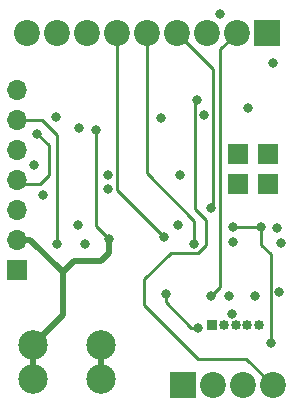
<source format=gbr>
%TF.GenerationSoftware,KiCad,Pcbnew,(7.0.0-0)*%
%TF.CreationDate,2023-02-22T23:04:00+01:00*%
%TF.ProjectId,KNeoPiX_v1.3,4b4e656f-5069-4585-9f76-312e332e6b69,rev?*%
%TF.SameCoordinates,Original*%
%TF.FileFunction,Copper,L3,Inr*%
%TF.FilePolarity,Positive*%
%FSLAX46Y46*%
G04 Gerber Fmt 4.6, Leading zero omitted, Abs format (unit mm)*
G04 Created by KiCad (PCBNEW (7.0.0-0)) date 2023-02-22 23:04:00*
%MOMM*%
%LPD*%
G01*
G04 APERTURE LIST*
%TA.AperFunction,ComponentPad*%
%ADD10C,1.875000*%
%TD*%
%TA.AperFunction,ComponentPad*%
%ADD11R,0.850000X0.850000*%
%TD*%
%TA.AperFunction,ComponentPad*%
%ADD12O,0.850000X0.850000*%
%TD*%
%TA.AperFunction,ComponentPad*%
%ADD13R,2.200000X2.200000*%
%TD*%
%TA.AperFunction,ComponentPad*%
%ADD14C,2.200000*%
%TD*%
%TA.AperFunction,ComponentPad*%
%ADD15R,1.700000X1.700000*%
%TD*%
%TA.AperFunction,ComponentPad*%
%ADD16O,1.700000X1.700000*%
%TD*%
%TA.AperFunction,ComponentPad*%
%ADD17C,2.500000*%
%TD*%
%TA.AperFunction,ViaPad*%
%ADD18C,0.800000*%
%TD*%
%TA.AperFunction,Conductor*%
%ADD19C,0.250000*%
%TD*%
%TA.AperFunction,Conductor*%
%ADD20C,0.500000*%
%TD*%
G04 APERTURE END LIST*
D10*
%TO.N,KNX+*%
%TO.C,H2*%
X120250000Y-124150000D03*
%TD*%
D11*
%TO.N,EXT_GND*%
%TO.C,J6*%
X129649999Y-122449999D03*
D12*
%TO.N,S_3V3*%
X130649999Y-122449999D03*
%TO.N,SWCLK*%
X131649999Y-122449999D03*
%TO.N,SWDIO*%
X132649999Y-122449999D03*
%TO.N,RESET*%
X133649999Y-122449999D03*
%TD*%
D13*
%TO.N,EXT_GND*%
%TO.C,J4*%
X127164999Y-127579999D03*
D14*
%TO.N,NEO_DATA0_OUT*%
X129705000Y-127580000D03*
%TO.N,NEO_DATA1_OUT*%
X132245000Y-127580000D03*
%TO.N,EXT_VCC_IN*%
X134785000Y-127580000D03*
%TD*%
D13*
%TO.N,EXT_GND*%
%TO.C,J3*%
X134269999Y-97739999D03*
D14*
%TO.N,S_3V3*%
X131730000Y-97740000D03*
%TO.N,KNX_5V*%
X129190000Y-97740000D03*
%TO.N,D1*%
X126650000Y-97740000D03*
%TO.N,D2*%
X124110000Y-97740000D03*
%TO.N,D3*%
X121570000Y-97740000D03*
%TO.N,D8*%
X119030000Y-97740000D03*
%TO.N,D9*%
X116490000Y-97740000D03*
%TO.N,D10*%
X113950000Y-97740000D03*
%TD*%
D15*
%TO.N,KNX+*%
%TO.C,GN1*%
X113139999Y-117779999D03*
D16*
%TO.N,KNX_GND*%
X113139999Y-115239999D03*
%TO.N,KNX_SAVE*%
X113139999Y-112699999D03*
%TO.N,KNX_RX*%
X113139999Y-110159999D03*
%TO.N,KNX_TX*%
X113139999Y-107619999D03*
%TO.N,KNX_3V3*%
X113139999Y-105079999D03*
%TO.N,KNX_5V*%
X113139999Y-102539999D03*
%TD*%
D17*
%TO.N,KNX+*%
%TO.C,J2*%
X120250000Y-127050000D03*
%TO.N,KNX_GND*%
X114500000Y-127050000D03*
%TD*%
D10*
%TO.N,KNX_GND*%
%TO.C,H1*%
X114500000Y-124150000D03*
%TD*%
D17*
%TO.N,KNX+*%
%TO.C,J1*%
X120230000Y-124130000D03*
%TO.N,KNX_GND*%
X114480000Y-124130000D03*
%TD*%
D15*
%TO.N,SWDIO*%
%TO.C,U1*%
X134386653Y-110557913D03*
%TO.N,SWCLK*%
X134386653Y-108017913D03*
%TO.N,RESET*%
X131846653Y-110557913D03*
%TO.N,EXT_GND*%
X131846653Y-108017913D03*
%TD*%
D18*
%TO.N,KNX_3V3*%
X131050000Y-120060000D03*
X116534900Y-115646000D03*
%TO.N,KNX_RX*%
X114849799Y-106275201D03*
X120827800Y-110924400D03*
%TO.N,KNX_TX*%
X118387400Y-105776300D03*
%TO.N,D0*%
X131410400Y-115470000D03*
X135450000Y-115510000D03*
%TO.N,D10*%
X130350000Y-96184100D03*
%TO.N,D3*%
X125605900Y-115048500D03*
%TO.N,D2*%
X128145900Y-115642800D03*
%TO.N,D1*%
X129550400Y-112560500D03*
%TO.N,KNX_GND*%
X119832900Y-105944400D03*
X120892700Y-115173600D03*
X125315700Y-104922900D03*
%TO.N,D4_SDA*%
X114600000Y-108925000D03*
X118908200Y-115594200D03*
%TO.N,D5_SCL*%
X118335000Y-114050500D03*
%TO.N,D6_TX*%
X120827800Y-109767400D03*
%TO.N,D7_RX*%
X116421600Y-104841500D03*
%TO.N,KNX_SAVE*%
X134845500Y-100289000D03*
%TO.N,EXT_GND*%
X134670000Y-123960000D03*
X128500000Y-122699500D03*
X125750000Y-119887416D03*
X131410400Y-114170000D03*
X133825000Y-114170500D03*
X126954900Y-109769200D03*
%TO.N,5V-MCU*%
X132661051Y-104088949D03*
%TO.N,EXT_VCC_OUT*%
X135349500Y-119650500D03*
X126775000Y-114000000D03*
%TO.N,S_3V3*%
X128968600Y-104697800D03*
X115314652Y-111448859D03*
X129556392Y-120053608D03*
%TO.N,EXT_VCC_IN*%
X133270000Y-120060000D03*
X128400000Y-103450000D03*
%TO.N,SWCLK*%
X135125000Y-114300000D03*
%TO.N,SWDIO*%
X131375000Y-121525000D03*
%TD*%
D19*
%TO.N,KNX_3V3*%
X115250000Y-105080000D02*
X116534900Y-106364900D01*
X116534900Y-106364900D02*
X116534900Y-115646000D01*
X113140000Y-105080000D02*
X115250000Y-105080000D01*
%TO.N,KNX_RX*%
X115110000Y-110540000D02*
X113520000Y-110540000D01*
X115840000Y-107265402D02*
X115840000Y-109810000D01*
X114849799Y-106275201D02*
X115840000Y-107265402D01*
X115840000Y-109810000D02*
X115110000Y-110540000D01*
%TO.N,D3*%
X121570000Y-111012600D02*
X125605900Y-115048500D01*
X121570000Y-97740000D02*
X121570000Y-111012600D01*
%TO.N,D2*%
X124110000Y-97740000D02*
X124110000Y-109610000D01*
X128145900Y-113645900D02*
X128145900Y-115642800D01*
X124110000Y-109610000D02*
X128145900Y-113645900D01*
%TO.N,D1*%
X129693700Y-112417200D02*
X129693700Y-100783700D01*
X129693700Y-100783700D02*
X126650000Y-97740000D01*
X129550400Y-112560500D02*
X129693700Y-112417200D01*
D20*
%TO.N,KNX_GND*%
X120920000Y-116360000D02*
X120230000Y-117050000D01*
D19*
X119832900Y-114113800D02*
X120892700Y-115173600D01*
D20*
X120920000Y-115200900D02*
X120920000Y-116360000D01*
X117000000Y-117975000D02*
X117000000Y-121650000D01*
D19*
X120920000Y-115200900D02*
X120892700Y-115173600D01*
D20*
X117000000Y-121650000D02*
X114500000Y-124150000D01*
X120230000Y-117050000D02*
X117925000Y-117050000D01*
D19*
X119832900Y-105944400D02*
X119832900Y-114113800D01*
D20*
X117925000Y-117050000D02*
X117000000Y-117975000D01*
X114500000Y-127050000D02*
X114500000Y-124150000D01*
X114265000Y-115240000D02*
X113140000Y-115240000D01*
X117000000Y-117975000D02*
X114265000Y-115240000D01*
%TO.N,KNX+*%
X120250000Y-127050000D02*
X120250000Y-124150000D01*
D19*
%TO.N,EXT_GND*%
X133825000Y-114170500D02*
X133825000Y-115700000D01*
X134625000Y-116500000D02*
X134625000Y-123915000D01*
X125750000Y-120550000D02*
X125750000Y-119887416D01*
X134625000Y-123915000D02*
X134670000Y-123960000D01*
X133825000Y-114170500D02*
X133824500Y-114170000D01*
X133825000Y-115700000D02*
X134625000Y-116500000D01*
X127899500Y-122699500D02*
X125750000Y-120550000D01*
X128500000Y-122699500D02*
X127899500Y-122699500D01*
X133824500Y-114170000D02*
X131410400Y-114170000D01*
%TO.N,S_3V3*%
X130350000Y-99120000D02*
X131730000Y-97740000D01*
X130350000Y-119260000D02*
X130350000Y-99120000D01*
X129556392Y-120053608D02*
X130350000Y-119260000D01*
%TO.N,EXT_VCC_IN*%
X128464500Y-125314500D02*
X123925000Y-120775000D01*
X129150000Y-115664005D02*
X129150000Y-113564600D01*
X129150000Y-113564600D02*
X128243500Y-112658100D01*
X123925000Y-118600000D02*
X126157200Y-116367800D01*
X128243500Y-103606500D02*
X128400000Y-103450000D01*
X132519500Y-125314500D02*
X128464500Y-125314500D01*
X128243500Y-112658100D02*
X128243500Y-103606500D01*
X128446205Y-116367800D02*
X129150000Y-115664005D01*
X126157200Y-116367800D02*
X128446205Y-116367800D01*
X123925000Y-120775000D02*
X123925000Y-118600000D01*
X134785000Y-127580000D02*
X132519500Y-125314500D01*
%TD*%
M02*

</source>
